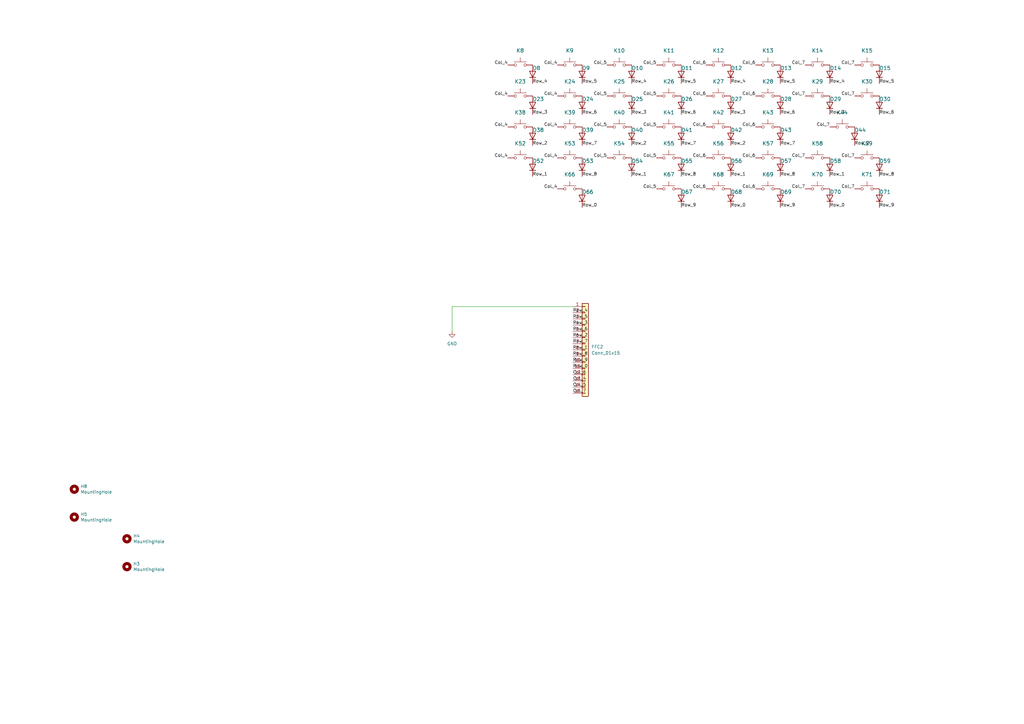
<source format=kicad_sch>
(kicad_sch (version 20211123) (generator eeschema)
  (paper "A3")
  (title_block (title "NetRazr_rev2") (date "2023-01-08 14:59") (comment 1 "Author: ") (comment 2 "Generated by klepcbgen.py v0.1"))
  (lib_symbols
    (symbol "Connector_Generic:Conn_01x15" (pin_names (offset 1.016) hide)
      (property "Reference" "J" (at 0 20.32 0))
      (property "Value" "Conn_01x15" (at 0 -20.32 0))
      (symbol "Conn_01x15_1_1"
        (rectangle (start -1.27 -17.653) (end 0 -17.907) (stroke (width 0.1524)))
        (rectangle (start -1.27 -15.113) (end 0 -15.367) (stroke (width 0.1524)))
        (rectangle (start -1.27 -12.573) (end 0 -12.827) (stroke (width 0.1524)))
        (rectangle (start -1.27 -10.033) (end 0 -10.287) (stroke (width 0.1524)))
        (rectangle (start -1.27 -7.493) (end 0 -7.747) (stroke (width 0.1524)))
        (rectangle (start -1.27 -4.953) (end 0 -5.207) (stroke (width 0.1524)))
        (rectangle (start -1.27 -2.413) (end 0 -2.667) (stroke (width 0.1524)))
        (rectangle (start -1.27 0.127) (end 0 -0.127) (stroke (width 0.1524)))
        (rectangle (start -1.27 2.667) (end 0 2.413) (stroke (width 0.1524)))
        (rectangle (start -1.27 5.207) (end 0 4.953) (stroke (width 0.1524)))
        (rectangle (start -1.27 7.747) (end 0 7.493) (stroke (width 0.1524)))
        (rectangle (start -1.27 10.287) (end 0 10.033) (stroke (width 0.1524)))
        (rectangle (start -1.27 12.827) (end 0 12.573) (stroke (width 0.1524)))
        (rectangle (start -1.27 15.367) (end 0 15.113) (stroke (width 0.1524)))
        (rectangle (start -1.27 17.907) (end 0 17.653) (stroke (width 0.1524)))
        (rectangle (start -1.27 19.05) (end 1.27 -19.05) (stroke (width 0.254)) (fill (type background)))
        (pin passive line (at -5.08 17.78 0) (length 3.81) (name "Pin_1") (number "1"))
        (pin passive line (at -5.08 -5.08 0) (length 3.81) (name "Pin_10") (number "10"))
        (pin passive line (at -5.08 -7.62 0) (length 3.81) (name "Pin_11") (number "11"))
        (pin passive line (at -5.08 -10.16 0) (length 3.81) (name "Pin_12") (number "12"))
        (pin passive line (at -5.08 -12.7 0) (length 3.81) (name "Pin_13") (number "13"))
        (pin passive line (at -5.08 -15.24 0) (length 3.81) (name "Pin_14") (number "14"))
        (pin passive line (at -5.08 -17.78 0) (length 3.81) (name "Pin_15") (number "15"))
        (pin passive line (at -5.08 15.24 0) (length 3.81) (name "Pin_2") (number "2"))
        (pin passive line (at -5.08 12.7 0) (length 3.81) (name "Pin_3") (number "3"))
        (pin passive line (at -5.08 10.16 0) (length 3.81) (name "Pin_4") (number "4"))
        (pin passive line (at -5.08 7.62 0) (length 3.81) (name "Pin_5") (number "5"))
        (pin passive line (at -5.08 5.08 0) (length 3.81) (name "Pin_6") (number "6"))
        (pin passive line (at -5.08 2.54 0) (length 3.81) (name "Pin_7") (number "7"))
        (pin passive line (at -5.08 0 0) (length 3.81) (name "Pin_8") (number "8"))
        (pin passive line (at -5.08 -2.54 0) (length 3.81) (name "Pin_9") (number "9"))
      )
    )
    (symbol "Device:D" (pin_numbers hide) (pin_names (offset 1.016) hide)
      (property "Reference" "D" (at 0 2.54 0))
      (property "Value" "D" (at 0 -2.54 0))
      (symbol "D_0_1"
        (polyline (pts (xy -1.27 1.27) (xy -1.27 -1.27)) (stroke (width 0.254)))
        (polyline (pts (xy 1.27 0) (xy -1.27 0)))
        (polyline (pts (xy 1.27 1.27) (xy 1.27 -1.27) (xy -1.27 0) (xy 1.27 1.27)) (stroke (width 0.254)))
      )
      (symbol "D_1_1"
        (pin passive line (at -3.81 0 0) (length 2.54) (name "K") (number "1"))
        (pin passive line (at 3.81 0 180) (length 2.54) (name "A") (number "2"))
      )
    )
    (symbol "Mechanical:MountingHole" (pin_names (offset 1.016))
      (property "Reference" "H" (at 0 5.08 0))
      (property "Value" "MountingHole" (at 0 3.175 0))
      (symbol "MountingHole_0_1"
        (circle (center 0 0) (radius 1.27) (stroke (width 1.27)))
      )
    )
    (symbol "Switch:SW_Push" (pin_numbers hide) (pin_names (offset 1.016) hide)
      (property "Reference" "SW" (at 1.27 2.54 0))
      (property "Value" "SW_Push" (at 0 -1.524 0))
      (symbol "SW_Push_0_1"
        (circle (center -2.032 0) (radius 0.508))
        (polyline (pts (xy 0 1.27) (xy 0 3.048)))
        (polyline (pts (xy 2.54 1.27) (xy -2.54 1.27)))
        (circle (center 2.032 0) (radius 0.508))
        (pin passive line (at -5.08 0 0) (length 2.54) (name "1") (number "1"))
        (pin passive line (at 5.08 0 180) (length 2.54) (name "2") (number "2"))
      )
    )
    (symbol "power:GND" (power) (pin_names (offset 0))
      (property "Value" "GND" (at 0 -3.81 0))
      (symbol "GND_0_1"
        (polyline (pts (xy 0 0) (xy 0 -1.27) (xy 1.27 -1.27) (xy 0 -2.54) (xy -1.27 -1.27) (xy 0 -1.27)))
      )
      (symbol "GND_1_1"
        (pin power_in line (at 0 0 270) (length 0) hide (name "GND") (number "1"))
      )
    )
  )
  (wire (pts (xy 185.42 135.89) (xy 185.42 125.73)))
  (wire (pts (xy 185.42 125.73) (xy 234.95 125.73)))
  (label "Row_4" (at 259.08 34.29 0))
  (label "Row_2" (at 350.52 59.69 0))
  (label "Row_1" (at 299.72 72.39 0))
  (label "Col_4" (at 228.6 52.07 180))
  (label "Col_4" (at 228.6 39.37 180))
  (label "Row_9" (at 279.4 85.09 0))
  (label "Col_5" (at 269.24 64.77 180))
  (label "Col_7" (at 330.2 26.67 180))
  (label "Col_6" (at 289.56 39.37 180))
  (label "Row_1" (at 218.44 72.39 0))
  (label "Row_7" (at 320.04 59.69 0))
  (label "Col_7" (at 350.52 64.77 180))
  (label "Col_7" (at 234.95 161.29 0))
  (label "Col_4" (at 208.28 64.77 180))
  (label "Col_7" (at 330.2 77.47 180))
  (label "Row_0" (at 238.76 85.09 0))
  (label "Row_4" (at 299.72 34.29 0))
  (label "Row_6" (at 238.76 46.99 0))
  (label "Col_6" (at 309.88 64.77 180))
  (label "Row_0" (at 340.36 85.09 0))
  (label "Row_3" (at 299.72 46.99 0))
  (label "Col_5" (at 234.95 158.75 0))
  (label "Col_6" (at 289.56 64.77 180))
  (label "Row_5" (at 360.68 34.29 0))
  (label "Col_7" (at 330.2 39.37 180))
  (label "Row_9" (at 234.95 148.59 0))
  (label "Row_2" (at 259.08 59.69 0))
  (label "Col_4" (at 228.6 77.47 180))
  (label "Row_2" (at 234.95 138.43 0))
  (label "Col_6" (at 309.88 52.07 180))
  (label "Col_6" (at 309.88 26.67 180))
  (label "Row_1" (at 234.95 143.51 0))
  (label "Col_4" (at 234.95 156.21 0))
  (label "Row_3" (at 234.95 133.35 0))
  (label "Row_6" (at 234.95 135.89 0))
  (label "Row_5" (at 234.95 130.81 0))
  (label "Col_7" (at 340.36 52.07 180))
  (label "Row_5" (at 238.76 34.29 0))
  (label "Row_3" (at 218.44 46.99 0))
  (label "Row_1" (at 340.36 72.39 0))
  (label "Col_5" (at 269.24 26.67 180))
  (label "Col_6" (at 309.88 39.37 180))
  (label "Col_5" (at 269.24 52.07 180))
  (label "Row_8" (at 234.95 146.05 0))
  (label "Row_9" (at 320.04 85.09 0))
  (label "Row_2" (at 218.44 59.69 0))
  (label "Row_0" (at 234.95 151.13 0))
  (label "Row_7" (at 279.4 59.69 0))
  (label "Col_6" (at 289.56 77.47 180))
  (label "Col_7" (at 350.52 26.67 180))
  (label "Row_3" (at 259.08 46.99 0))
  (label "Row_6" (at 360.68 46.99 0))
  (label "Row_4" (at 340.36 34.29 0))
  (label "Row_7" (at 238.76 59.69 0))
  (label "Col_4" (at 208.28 52.07 180))
  (label "Col_5" (at 248.92 64.77 180))
  (label "Col_4" (at 208.28 39.37 180))
  (label "Row_1" (at 259.08 72.39 0))
  (label "Col_4" (at 208.28 26.67 180))
  (label "Col_6" (at 289.56 52.07 180))
  (label "Row_8" (at 360.68 72.39 0))
  (label "Row_9" (at 360.68 85.09 0))
  (label "Row_6" (at 279.4 46.99 0))
  (label "Col_5" (at 269.24 77.47 180))
  (label "Row_0" (at 299.72 85.09 0))
  (label "Row_8" (at 320.04 72.39 0))
  (label "Col_6" (at 289.56 26.67 180))
  (label "Row_4" (at 218.44 34.29 0))
  (label "Col_5" (at 248.92 26.67 180))
  (label "Row_5" (at 320.04 34.29 0))
  (label "Row_2" (at 299.72 59.69 0))
  (label "Col_7" (at 330.2 64.77 180))
  (label "Col_4" (at 228.6 64.77 180))
  (label "Col_6" (at 309.88 77.47 180))
  (label "Col_6" (at 234.95 153.67 0))
  (label "Col_5" (at 248.92 39.37 180))
  (label "Row_5" (at 279.4 34.29 0))
  (label "Col_5" (at 269.24 39.37 180))
  (label "Col_7" (at 350.52 39.37 180))
  (label "Col_5" (at 248.92 52.07 180))
  (label "Row_6" (at 320.04 46.99 0))
  (label "Row_8" (at 279.4 72.39 0))
  (label "Row_3" (at 340.36 46.99 0))
  (label "Col_7" (at 350.52 77.47 180))
  (label "Row_4" (at 234.95 128.27 0))
  (label "Row_8" (at 238.76 72.39 0))
  (label "Col_4" (at 228.6 26.67 180))
  (label "Row_7" (at 234.95 140.97 0))
  (symbol (lib_id "Device:D") (at 259.08 30.48 90) (unit 1)
    (property "Reference" "D10" (at 259.08 27.94 90) (effects (font (size 1.524 1.524)) (justify right)))
    (property "Value" "D" (effects hide))
    (property "Footprint" "Diode_SMD:D_0805_2012Metric_Pad1.15x1.40mm_HandSolder" (effects hide))
  )
  (symbol (lib_id "Device:D") (at 279.4 30.48 90) (unit 1)
    (property "Reference" "D11" (at 279.4 27.94 90) (effects (font (size 1.524 1.524)) (justify right)))
    (property "Value" "D" (effects hide))
    (property "Footprint" "Diode_SMD:D_0805_2012Metric_Pad1.15x1.40mm_HandSolder" (effects hide))
  )
  (symbol (lib_id "Device:D") (at 299.72 30.48 90) (unit 1)
    (property "Reference" "D12" (at 299.72 27.94 90) (effects (font (size 1.524 1.524)) (justify right)))
    (property "Value" "D" (effects hide))
    (property "Footprint" "Diode_SMD:D_0805_2012Metric_Pad1.15x1.40mm_HandSolder" (effects hide))
  )
  (symbol (lib_id "Device:D") (at 320.04 30.48 90) (unit 1)
    (property "Reference" "D13" (at 320.04 27.94 90) (effects (font (size 1.524 1.524)) (justify right)))
    (property "Value" "D" (effects hide))
    (property "Footprint" "Diode_SMD:D_0805_2012Metric_Pad1.15x1.40mm_HandSolder" (effects hide))
  )
  (symbol (lib_id "Device:D") (at 340.36 30.48 90) (unit 1)
    (property "Reference" "D14" (at 340.36 27.94 90) (effects (font (size 1.524 1.524)) (justify right)))
    (property "Value" "D" (effects hide))
    (property "Footprint" "Diode_SMD:D_0805_2012Metric_Pad1.15x1.40mm_HandSolder" (effects hide))
  )
  (symbol (lib_id "Device:D") (at 360.68 30.48 90) (unit 1)
    (property "Reference" "D15" (at 360.68 27.94 90) (effects (font (size 1.524 1.524)) (justify right)))
    (property "Value" "D" (effects hide))
    (property "Footprint" "Diode_SMD:D_0805_2012Metric_Pad1.15x1.40mm_HandSolder" (effects hide))
  )
  (symbol (lib_id "Device:D") (at 218.44 43.18 90) (unit 1)
    (property "Reference" "D23" (at 218.44 40.64 90) (effects (font (size 1.524 1.524)) (justify right)))
    (property "Value" "D" (effects hide))
    (property "Footprint" "Diode_SMD:D_0805_2012Metric_Pad1.15x1.40mm_HandSolder" (effects hide))
  )
  (symbol (lib_id "Device:D") (at 238.76 43.18 90) (unit 1)
    (property "Reference" "D24" (at 238.76 40.64 90) (effects (font (size 1.524 1.524)) (justify right)))
    (property "Value" "D" (effects hide))
    (property "Footprint" "Diode_SMD:D_0805_2012Metric_Pad1.15x1.40mm_HandSolder" (effects hide))
  )
  (symbol (lib_id "Device:D") (at 259.08 43.18 90) (unit 1)
    (property "Reference" "D25" (at 259.08 40.64 90) (effects (font (size 1.524 1.524)) (justify right)))
    (property "Value" "D" (effects hide))
    (property "Footprint" "Diode_SMD:D_0805_2012Metric_Pad1.15x1.40mm_HandSolder" (effects hide))
  )
  (symbol (lib_id "Device:D") (at 279.4 43.18 90) (unit 1)
    (property "Reference" "D26" (at 279.4 40.64 90) (effects (font (size 1.524 1.524)) (justify right)))
    (property "Value" "D" (effects hide))
    (property "Footprint" "Diode_SMD:D_0805_2012Metric_Pad1.15x1.40mm_HandSolder" (effects hide))
  )
  (symbol (lib_id "Device:D") (at 299.72 43.18 90) (unit 1)
    (property "Reference" "D27" (at 299.72 40.64 90) (effects (font (size 1.524 1.524)) (justify right)))
    (property "Value" "D" (effects hide))
    (property "Footprint" "Diode_SMD:D_0805_2012Metric_Pad1.15x1.40mm_HandSolder" (effects hide))
  )
  (symbol (lib_id "Device:D") (at 320.04 43.18 90) (unit 1)
    (property "Reference" "D28" (at 320.04 40.64 90) (effects (font (size 1.524 1.524)) (justify right)))
    (property "Value" "D" (effects hide))
    (property "Footprint" "Diode_SMD:D_0805_2012Metric_Pad1.15x1.40mm_HandSolder" (effects hide))
  )
  (symbol (lib_id "Device:D") (at 340.36 43.18 90) (unit 1)
    (property "Reference" "D29" (at 340.36 40.64 90) (effects (font (size 1.524 1.524)) (justify right)))
    (property "Value" "D" (effects hide))
    (property "Footprint" "Diode_SMD:D_0805_2012Metric_Pad1.15x1.40mm_HandSolder" (effects hide))
  )
  (symbol (lib_id "Device:D") (at 360.68 43.18 90) (unit 1)
    (property "Reference" "D30" (at 360.68 40.64 90) (effects (font (size 1.524 1.524)) (justify right)))
    (property "Value" "D" (effects hide))
    (property "Footprint" "Diode_SMD:D_0805_2012Metric_Pad1.15x1.40mm_HandSolder" (effects hide))
  )
  (symbol (lib_id "Device:D") (at 218.44 55.88 90) (unit 1)
    (property "Reference" "D38" (at 218.44 53.34 90) (effects (font (size 1.524 1.524)) (justify right)))
    (property "Value" "D" (effects hide))
    (property "Footprint" "Diode_SMD:D_0805_2012Metric_Pad1.15x1.40mm_HandSolder" (effects hide))
  )
  (symbol (lib_id "Device:D") (at 238.76 55.88 90) (unit 1)
    (property "Reference" "D39" (at 238.76 53.34 90) (effects (font (size 1.524 1.524)) (justify right)))
    (property "Value" "D" (effects hide))
    (property "Footprint" "Diode_SMD:D_0805_2012Metric_Pad1.15x1.40mm_HandSolder" (effects hide))
  )
  (symbol (lib_id "Device:D") (at 259.08 55.88 90) (unit 1)
    (property "Reference" "D40" (at 259.08 53.34 90) (effects (font (size 1.524 1.524)) (justify right)))
    (property "Value" "D" (effects hide))
    (property "Footprint" "Diode_SMD:D_0805_2012Metric_Pad1.15x1.40mm_HandSolder" (effects hide))
  )
  (symbol (lib_id "Device:D") (at 279.4 55.88 90) (unit 1)
    (property "Reference" "D41" (at 279.4 53.34 90) (effects (font (size 1.524 1.524)) (justify right)))
    (property "Value" "D" (effects hide))
    (property "Footprint" "Diode_SMD:D_0805_2012Metric_Pad1.15x1.40mm_HandSolder" (effects hide))
  )
  (symbol (lib_id "Device:D") (at 299.72 55.88 90) (unit 1)
    (property "Reference" "D42" (at 299.72 53.34 90) (effects (font (size 1.524 1.524)) (justify right)))
    (property "Value" "D" (effects hide))
    (property "Footprint" "Diode_SMD:D_0805_2012Metric_Pad1.15x1.40mm_HandSolder" (effects hide))
  )
  (symbol (lib_id "Device:D") (at 320.04 55.88 90) (unit 1)
    (property "Reference" "D43" (at 320.04 53.34 90) (effects (font (size 1.524 1.524)) (justify right)))
    (property "Value" "D" (effects hide))
    (property "Footprint" "Diode_SMD:D_0805_2012Metric_Pad1.15x1.40mm_HandSolder" (effects hide))
  )
  (symbol (lib_id "Device:D") (at 350.52 55.88 90) (unit 1)
    (property "Reference" "D44" (at 350.52 53.34 90) (effects (font (size 1.524 1.524)) (justify right)))
    (property "Value" "D" (effects hide))
    (property "Footprint" "Diode_SMD:D_0805_2012Metric_Pad1.15x1.40mm_HandSolder" (effects hide))
  )
  (symbol (lib_id "Device:D") (at 218.44 68.58 90) (unit 1)
    (property "Reference" "D52" (at 218.44 66.04 90) (effects (font (size 1.524 1.524)) (justify right)))
    (property "Value" "D" (effects hide))
    (property "Footprint" "Diode_SMD:D_0805_2012Metric_Pad1.15x1.40mm_HandSolder" (effects hide))
  )
  (symbol (lib_id "Device:D") (at 238.76 68.58 90) (unit 1)
    (property "Reference" "D53" (at 238.76 66.04 90) (effects (font (size 1.524 1.524)) (justify right)))
    (property "Value" "D" (effects hide))
    (property "Footprint" "Diode_SMD:D_0805_2012Metric_Pad1.15x1.40mm_HandSolder" (effects hide))
  )
  (symbol (lib_id "Device:D") (at 259.08 68.58 90) (unit 1)
    (property "Reference" "D54" (at 259.08 66.04 90) (effects (font (size 1.524 1.524)) (justify right)))
    (property "Value" "D" (effects hide))
    (property "Footprint" "Diode_SMD:D_0805_2012Metric_Pad1.15x1.40mm_HandSolder" (effects hide))
  )
  (symbol (lib_id "Device:D") (at 279.4 68.58 90) (unit 1)
    (property "Reference" "D55" (at 279.4 66.04 90) (effects (font (size 1.524 1.524)) (justify right)))
    (property "Value" "D" (effects hide))
    (property "Footprint" "Diode_SMD:D_0805_2012Metric_Pad1.15x1.40mm_HandSolder" (effects hide))
  )
  (symbol (lib_id "Device:D") (at 299.72 68.58 90) (unit 1)
    (property "Reference" "D56" (at 299.72 66.04 90) (effects (font (size 1.524 1.524)) (justify right)))
    (property "Value" "D" (effects hide))
    (property "Footprint" "Diode_SMD:D_0805_2012Metric_Pad1.15x1.40mm_HandSolder" (effects hide))
  )
  (symbol (lib_id "Device:D") (at 320.04 68.58 90) (unit 1)
    (property "Reference" "D57" (at 320.04 66.04 90) (effects (font (size 1.524 1.524)) (justify right)))
    (property "Value" "D" (effects hide))
    (property "Footprint" "Diode_SMD:D_0805_2012Metric_Pad1.15x1.40mm_HandSolder" (effects hide))
  )
  (symbol (lib_id "Device:D") (at 340.36 68.58 90) (unit 1)
    (property "Reference" "D58" (at 340.36 66.04 90) (effects (font (size 1.524 1.524)) (justify right)))
    (property "Value" "D" (effects hide))
    (property "Footprint" "Diode_SMD:D_0805_2012Metric_Pad1.15x1.40mm_HandSolder" (effects hide))
  )
  (symbol (lib_id "Device:D") (at 360.68 68.58 90) (unit 1)
    (property "Reference" "D59" (at 360.68 66.04 90) (effects (font (size 1.524 1.524)) (justify right)))
    (property "Value" "D" (effects hide))
    (property "Footprint" "Diode_SMD:D_0805_2012Metric_Pad1.15x1.40mm_HandSolder" (effects hide))
  )
  (symbol (lib_id "Device:D") (at 238.76 81.28 90) (unit 1)
    (property "Reference" "D66" (at 238.76 78.74 90) (effects (font (size 1.524 1.524)) (justify right)))
    (property "Value" "D" (effects hide))
    (property "Footprint" "Diode_SMD:D_0805_2012Metric_Pad1.15x1.40mm_HandSolder" (effects hide))
  )
  (symbol (lib_id "Device:D") (at 279.4 81.28 90) (unit 1)
    (property "Reference" "D67" (at 279.4 78.74 90) (effects (font (size 1.524 1.524)) (justify right)))
    (property "Value" "D" (effects hide))
    (property "Footprint" "Diode_SMD:D_0805_2012Metric_Pad1.15x1.40mm_HandSolder" (effects hide))
  )
  (symbol (lib_id "Device:D") (at 299.72 81.28 90) (unit 1)
    (property "Reference" "D68" (at 299.72 78.74 90) (effects (font (size 1.524 1.524)) (justify right)))
    (property "Value" "D" (effects hide))
    (property "Footprint" "Diode_SMD:D_0805_2012Metric_Pad1.15x1.40mm_HandSolder" (effects hide))
  )
  (symbol (lib_id "Device:D") (at 320.04 81.28 90) (unit 1)
    (property "Reference" "D69" (at 320.04 78.74 90) (effects (font (size 1.524 1.524)) (justify right)))
    (property "Value" "D" (effects hide))
    (property "Footprint" "Diode_SMD:D_0805_2012Metric_Pad1.15x1.40mm_HandSolder" (effects hide))
  )
  (symbol (lib_id "Device:D") (at 340.36 81.28 90) (unit 1)
    (property "Reference" "D70" (at 340.36 78.74 90) (effects (font (size 1.524 1.524)) (justify right)))
    (property "Value" "D" (effects hide))
    (property "Footprint" "Diode_SMD:D_0805_2012Metric_Pad1.15x1.40mm_HandSolder" (effects hide))
  )
  (symbol (lib_id "Device:D") (at 360.68 81.28 90) (unit 1)
    (property "Reference" "D71" (at 360.68 78.74 90) (effects (font (size 1.524 1.524)) (justify right)))
    (property "Value" "D" (effects hide))
    (property "Footprint" "Diode_SMD:D_0805_2012Metric_Pad1.15x1.40mm_HandSolder" (effects hide))
  )
  (symbol (lib_id "Mechanical:MountingHole") (at 52.07 220.98 0) (unit 1)
    (property "Reference" "H4" (at 54.61 219.8116 0) (effects (justify left)))
    (property "Value" "MountingHole" (at 54.61 222.123 0) (effects (justify left)))
    (property "Footprint" "MountingHole:MountingHole_3.2mm_M3_DIN965" (effects hide))
  )
  (symbol (lib_id "Mechanical:MountingHole") (at 52.07 232.41 0) (unit 1)
    (property "Reference" "H3" (at 54.61 231.2416 0) (effects (justify left)))
    (property "Value" "MountingHole" (at 54.61 233.553 0) (effects (justify left)))
    (property "Footprint" "MountingHole:MountingHole_3.2mm_M3_DIN965" (effects hide))
  )
  (symbol (lib_id "Switch:SW_Push") (at 254 64.77 0) (unit 1)
    (property "Reference" "K54" (at 254 58.8518 0) (effects (font (size 1.524 1.524))))
    (property "Value" "<,,,,,,,,,," (effects hide))
    (property "Footprint" "Kailh_Choc:Kailh_socket_PG1350" (effects hide))
  )
  (symbol (lib_id "Switch:SW_Push") (at 314.96 26.67 0) (unit 1)
    (property "Reference" "K13" (at 314.96 20.7518 0) (effects (font (size 1.524 1.524))))
    (property "Value" "_,,f11,,,,,,,-" (effects hide))
    (property "Footprint" "Kailh_Choc:Kailh_socket_PG1350" (effects hide))
  )
  (symbol (lib_id "Switch:SW_Push") (at 274.32 77.47 0) (unit 1)
    (property "Reference" "K67" (at 274.32 71.5518 0) (effects (font (size 1.524 1.524))))
    (property "Value" "RALT" (effects hide))
    (property "Footprint" "Kailh_Choc:Kailh_socket_PG1350" (effects hide))
  )
  (symbol (lib_id "Switch:SW_Push") (at 233.68 52.07 0) (unit 1)
    (property "Reference" "K39" (at 233.68 46.1518 0) (effects (font (size 1.524 1.524))))
    (property "Value" "J" (effects hide))
    (property "Footprint" "Kailh_Choc:Kailh_socket_PG1350" (effects hide))
  )
  (symbol (lib_id "Switch:SW_Push") (at 314.96 39.37 0) (unit 1)
    (property "Reference" "K28" (at 314.96 33.4518 0) (effects (font (size 1.524 1.524))))
    (property "Value" "{,,,,,,,,,[" (effects hide))
    (property "Footprint" "Kailh_Choc:Kailh_socket_PG1350" (effects hide))
  )
  (symbol (lib_id "power:GND") (at 185.42 135.89 0) (unit 1)
    (property "Reference" "#PWR0101" (effects hide))
    (property "Value" "GND" (at 185.42 140.97 0))
  )
  (symbol (lib_id "Mechanical:MountingHole") (at 30.48 212.09 0) (unit 1)
    (property "Reference" "H5" (at 33.02 210.9216 0) (effects (justify left)))
    (property "Value" "MountingHole" (at 33.02 213.233 0) (effects (justify left)))
    (property "Footprint" "MountingHole:MountingHole_3.2mm_M3_DIN965" (effects hide))
  )
  (symbol (lib_id "Switch:SW_Push") (at 314.96 52.07 0) (unit 1)
    (property "Reference" "K43" (at 314.96 46.1518 0) (effects (font (size 1.524 1.524))))
    (property "Value" "\",,,,,,,,,'" (effects hide))
    (property "Footprint" "Kailh_Choc:Kailh_socket_PG1350" (effects hide))
  )
  (symbol (lib_id "Switch:SW_Push") (at 254 26.67 0) (unit 1)
    (property "Reference" "K10" (at 254 20.7518 0) (effects (font (size 1.524 1.524))))
    (property "Value" "*,,f8,,,,,,,8" (effects hide))
    (property "Footprint" "Kailh_Choc:Kailh_socket_PG1350" (effects hide))
  )
  (symbol (lib_id "Switch:SW_Push") (at 355.6 77.47 0) (unit 1)
    (property "Reference" "K71" (at 355.6 71.5518 0) (effects (font (size 1.524 1.524))))
    (property "Value" "RIGHT" (effects hide))
    (property "Footprint" "Kailh_Choc:Kailh_socket_PG1350" (effects hide))
  )
  (symbol (lib_id "Switch:SW_Push") (at 294.64 64.77 0) (unit 1)
    (property "Reference" "K56" (at 294.64 58.8518 0) (effects (font (size 1.524 1.524))))
    (property "Value" "?,,,,,,,,,/" (effects hide))
    (property "Footprint" "Kailh_Choc:Kailh_socket_PG1350" (effects hide))
  )
  (symbol (lib_id "Switch:SW_Push") (at 274.32 39.37 0) (unit 1)
    (property "Reference" "K26" (at 274.32 33.4518 0) (effects (font (size 1.524 1.524))))
    (property "Value" "O" (effects hide))
    (property "Footprint" "Kailh_Choc:Kailh_socket_PG1350" (effects hide))
  )
  (symbol (lib_id "Connector_Generic:Conn_01x15") (at 240.03 143.51 0) (unit 1)
    (property "Reference" "FFC2" (at 242.57 142.2399 0) (effects (justify left)))
    (property "Value" "Conn_01x15" (at 242.57 144.7799 0) (effects (justify left)))
    (property "Footprint" "Connector_Hirose:Hirose_FH12-15S-0.5SH_1x15-1MP_P0.50mm_Horizontal" (effects hide))
  )
  (symbol (lib_id "Switch:SW_Push") (at 294.64 52.07 0) (unit 1)
    (property "Reference" "K42" (at 294.64 46.1518 0) (effects (font (size 1.524 1.524))))
    (property "Value" ":,,,,,,,,,;" (effects hide))
    (property "Footprint" "Kailh_Choc:Kailh_socket_PG1350" (effects hide))
  )
  (symbol (lib_id "Switch:SW_Push") (at 213.36 26.67 0) (unit 1)
    (property "Reference" "K8" (at 213.36 20.7518 0) (effects (font (size 1.524 1.524))))
    (property "Value" "^,,f6,,,,,,,6" (effects hide))
    (property "Footprint" "Kailh_Choc:Kailh_socket_PG1350" (effects hide))
  )
  (symbol (lib_id "Switch:SW_Push") (at 335.28 39.37 0) (unit 1)
    (property "Reference" "K29" (at 335.28 33.4518 0) (effects (font (size 1.524 1.524))))
    (property "Value" "},,,,,,,,,]" (effects hide))
    (property "Footprint" "Kailh_Choc:Kailh_socket_PG1350" (effects hide))
  )
  (symbol (lib_id "Switch:SW_Push") (at 335.28 64.77 0) (unit 1)
    (property "Reference" "K58" (at 335.28 58.8518 0) (effects (font (size 1.524 1.524))))
    (property "Value" "UP" (effects hide))
    (property "Footprint" "Kailh_Choc:Kailh_socket_PG1350" (effects hide))
  )
  (symbol (lib_id "Mechanical:MountingHole") (at 30.48 200.66 0) (unit 1)
    (property "Reference" "H8" (at 33.02 199.4916 0) (effects (justify left)))
    (property "Value" "MountingHole" (at 33.02 201.803 0) (effects (justify left)))
    (property "Footprint" "MountingHole:MountingHole_3.2mm_M3_DIN965" (effects hide))
  )
  (symbol (lib_id "Switch:SW_Push") (at 213.36 64.77 0) (unit 1)
    (property "Reference" "K52" (at 213.36 58.8518 0) (effects (font (size 1.524 1.524))))
    (property "Value" "N" (effects hide))
    (property "Footprint" "Kailh_Choc:Kailh_socket_PG1350" (effects hide))
  )
  (symbol (lib_id "Switch:SW_Push") (at 254 39.37 0) (unit 1)
    (property "Reference" "K25" (at 254 33.4518 0) (effects (font (size 1.524 1.524))))
    (property "Value" "I" (effects hide))
    (property "Footprint" "Kailh_Choc:Kailh_socket_PG1350" (effects hide))
  )
  (symbol (lib_id "Device:D") (at 218.44 30.48 90) (unit 1)
    (property "Reference" "D8" (at 218.44 27.94 90) (effects (font (size 1.524 1.524)) (justify right)))
    (property "Value" "D" (effects hide))
    (property "Footprint" "Diode_SMD:D_0805_2012Metric_Pad1.15x1.40mm_HandSolder" (effects hide))
  )
  (symbol (lib_id "Switch:SW_Push") (at 294.64 77.47 0) (unit 1)
    (property "Reference" "K68" (at 294.64 71.5518 0) (effects (font (size 1.524 1.524))))
    (property "Value" "RCTRL" (effects hide))
    (property "Footprint" "Kailh_Choc:Kailh_socket_PG1350" (effects hide))
  )
  (symbol (lib_id "Switch:SW_Push") (at 335.28 26.67 0) (unit 1)
    (property "Reference" "K14" (at 335.28 20.7518 0) (effects (font (size 1.524 1.524))))
    (property "Value" "+,,f12,,,,,,,=" (effects hide))
    (property "Footprint" "Kailh_Choc:Kailh_socket_PG1350" (effects hide))
  )
  (symbol (lib_id "Switch:SW_Push") (at 314.96 64.77 0) (unit 1)
    (property "Reference" "K57" (at 314.96 58.8518 0) (effects (font (size 1.524 1.524))))
    (property "Value" "RSHIFT" (effects hide))
    (property "Footprint" "Kailh_Choc:Kailh_socket_PG1350" (effects hide))
  )
  (symbol (lib_id "Switch:SW_Push") (at 355.6 26.67 0) (unit 1)
    (property "Reference" "K15" (at 355.6 20.7518 0) (effects (font (size 1.524 1.524))))
    (property "Value" "BKSP" (effects hide))
    (property "Footprint" "Kailh_Choc:Kailh_socket_PG1350" (effects hide))
  )
  (symbol (lib_id "Switch:SW_Push") (at 294.64 26.67 0) (unit 1)
    (property "Reference" "K12" (at 294.64 20.7518 0) (effects (font (size 1.524 1.524))))
    (property "Value" "),,f10,,,,,,,0" (effects hide))
    (property "Footprint" "Kailh_Choc:Kailh_socket_PG1350" (effects hide))
  )
  (symbol (lib_id "Switch:SW_Push") (at 335.28 77.47 0) (unit 1)
    (property "Reference" "K70" (at 335.28 71.5518 0) (effects (font (size 1.524 1.524))))
    (property "Value" "DOWN" (effects hide))
    (property "Footprint" "Kailh_Choc:Kailh_socket_PG1350" (effects hide))
  )
  (symbol (lib_id "Switch:SW_Push") (at 254 52.07 0) (unit 1)
    (property "Reference" "K40" (at 254 46.1518 0) (effects (font (size 1.524 1.524))))
    (property "Value" "K" (effects hide))
    (property "Footprint" "Kailh_Choc:Kailh_socket_PG1350" (effects hide))
  )
  (symbol (lib_id "Switch:SW_Push") (at 274.32 52.07 0) (unit 1)
    (property "Reference" "K41" (at 274.32 46.1518 0) (effects (font (size 1.524 1.524))))
    (property "Value" "L" (effects hide))
    (property "Footprint" "Kailh_Choc:Kailh_socket_PG1350" (effects hide))
  )
  (symbol (lib_id "Switch:SW_Push") (at 314.96 77.47 0) (unit 1)
    (property "Reference" "K69" (at 314.96 71.5518 0) (effects (font (size 1.524 1.524))))
    (property "Value" "LEFT" (effects hide))
    (property "Footprint" "Kailh_Choc:Kailh_socket_PG1350" (effects hide))
  )
  (symbol (lib_id "Switch:SW_Push") (at 233.68 39.37 0) (unit 1)
    (property "Reference" "K24" (at 233.68 33.4518 0) (effects (font (size 1.524 1.524))))
    (property "Value" "U" (effects hide))
    (property "Footprint" "Kailh_Choc:Kailh_socket_PG1350" (effects hide))
  )
  (symbol (lib_id "Switch:SW_Push") (at 213.36 52.07 0) (unit 1)
    (property "Reference" "K38" (at 213.36 46.1518 0) (effects (font (size 1.524 1.524))))
    (property "Value" "H" (effects hide))
    (property "Footprint" "Kailh_Choc:Kailh_socket_PG1350" (effects hide))
  )
  (symbol (lib_id "Switch:SW_Push") (at 355.6 39.37 0) (unit 1)
    (property "Reference" "K30" (at 355.6 33.4518 0) (effects (font (size 1.524 1.524))))
    (property "Value" "|,,,,,,,,,\\" (effects hide))
    (property "Footprint" "Kailh_Choc:Kailh_socket_PG1350" (effects hide))
  )
  (symbol (lib_id "Switch:SW_Push") (at 294.64 39.37 0) (unit 1)
    (property "Reference" "K27" (at 294.64 33.4518 0) (effects (font (size 1.524 1.524))))
    (property "Value" "P" (effects hide))
    (property "Footprint" "Kailh_Choc:Kailh_socket_PG1350" (effects hide))
  )
  (symbol (lib_id "Switch:SW_Push") (at 233.68 77.47 0) (unit 1)
    (property "Reference" "K66" (at 233.68 71.5518 0) (effects (font (size 1.524 1.524))))
    (property "Value" "RSPACE" (effects hide))
    (property "Footprint" "Kailh_Choc:Kailh_socket_PG1350" (effects hide))
  )
  (symbol (lib_id "Switch:SW_Push") (at 355.6 64.77 0) (unit 1)
    (property "Reference" "K59" (at 355.6 58.8518 0) (effects (font (size 1.524 1.524))))
    (property "Value" "DEL" (effects hide))
    (property "Footprint" "Kailh_Choc:Kailh_socket_PG1350" (effects hide))
  )
  (symbol (lib_id "Switch:SW_Push") (at 274.32 26.67 0) (unit 1)
    (property "Reference" "K11" (at 274.32 20.7518 0) (effects (font (size 1.524 1.524))))
    (property "Value" "(,,f9,,,,,,,9" (effects hide))
    (property "Footprint" "Kailh_Choc:Kailh_socket_PG1350" (effects hide))
  )
  (symbol (lib_id "Switch:SW_Push") (at 233.68 64.77 0) (unit 1)
    (property "Reference" "K53" (at 233.68 58.8518 0) (effects (font (size 1.524 1.524))))
    (property "Value" "M" (effects hide))
    (property "Footprint" "Kailh_Choc:Kailh_socket_PG1350" (effects hide))
  )
  (symbol (lib_id "Switch:SW_Push") (at 345.44 52.07 0) (unit 1)
    (property "Reference" "K44" (at 345.44 46.1518 0) (effects (font (size 1.524 1.524))))
    (property "Value" ",,ENTER" (effects hide))
    (property "Footprint" "Kailh_Choc:Kailh_socket_PG1350" (effects hide))
  )
  (symbol (lib_id "Switch:SW_Push") (at 213.36 39.37 0) (unit 1)
    (property "Reference" "K23" (at 213.36 33.4518 0) (effects (font (size 1.524 1.524))))
    (property "Value" "Y" (effects hide))
    (property "Footprint" "Kailh_Choc:Kailh_socket_PG1350" (effects hide))
  )
  (symbol (lib_id "Switch:SW_Push") (at 274.32 64.77 0) (unit 1)
    (property "Reference" "K55" (at 274.32 58.8518 0) (effects (font (size 1.524 1.524))))
    (property "Value" ">,,,,,,,,,." (effects hide))
    (property "Footprint" "Kailh_Choc:Kailh_socket_PG1350" (effects hide))
  )
  (symbol (lib_id "Device:D") (at 238.76 30.48 90) (unit 1)
    (property "Reference" "D9" (at 238.76 27.94 90) (effects (font (size 1.524 1.524)) (justify right)))
    (property "Value" "D" (effects hide))
    (property "Footprint" "Diode_SMD:D_0805_2012Metric_Pad1.15x1.40mm_HandSolder" (effects hide))
  )
  (symbol (lib_id "Switch:SW_Push") (at 233.68 26.67 0) (unit 1)
    (property "Reference" "K9" (at 233.68 20.7518 0) (effects (font (size 1.524 1.524))))
    (property "Value" "&,,f7,,,,,,,7" (effects hide))
    (property "Footprint" "Kailh_Choc:Kailh_socket_PG1350" (effects hide))
  )
)
</source>
